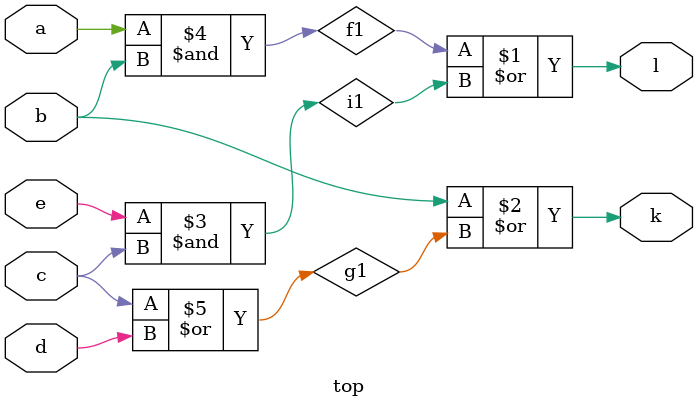
<source format=v>
module top(k, l, a, b, c, d, e);
output k, l;
input a, b, c, d, e;
or g5(l, f1, i1);
or g4(k, b, g1);
and g3(i1, e, c);
and g2(f1, a, b);
or g1(g1, c, d);
endmodule

</source>
